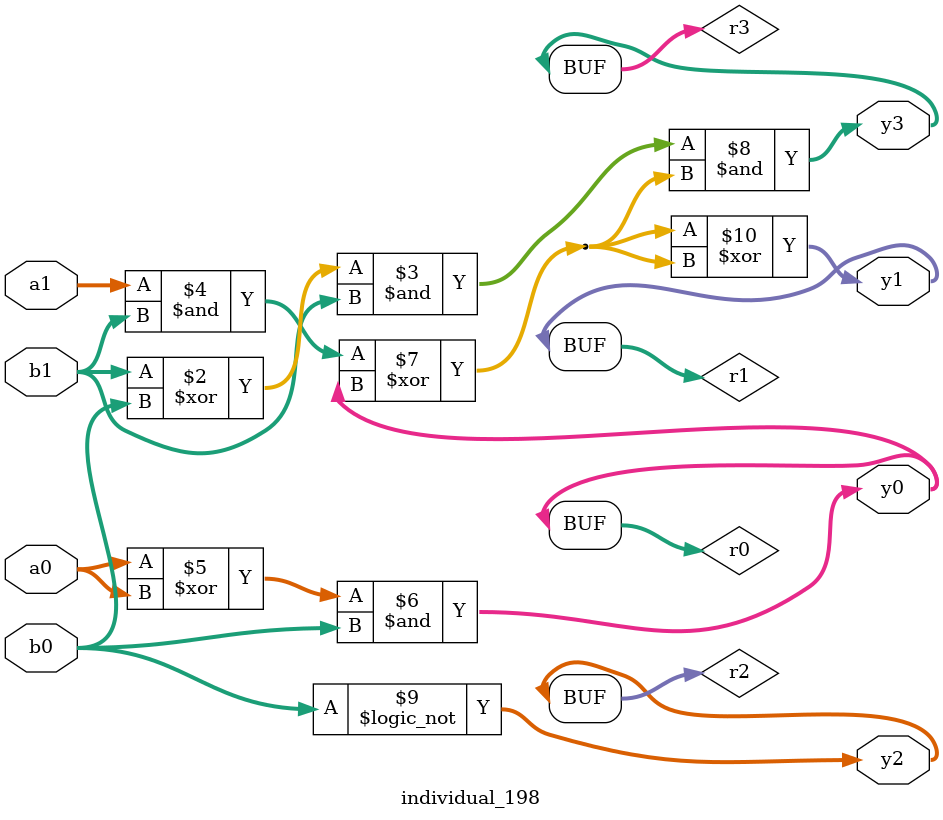
<source format=sv>
module individual_198(input logic [15:0] a1, input logic [15:0] a0, input logic [15:0] b1, input logic [15:0] b0, output logic [15:0] y3, output logic [15:0] y2, output logic [15:0] y1, output logic [15:0] y0);
logic [15:0] r0, r1, r2, r3; 
 always@(*) begin 
	 r0 = a0; r1 = a1; r2 = b0; r3 = b1; 
 	 r3  ^=  r2 ;
 	 r3  &=  b1 ;
 	 r1  &=  b1 ;
 	 r0  ^=  a0 ;
 	 r0  &=  b0 ;
 	 r1  ^=  r0 ;
 	 r3  &=  r1 ;
 	 r2 = ! r2 ;
 	 r1  ^=  r1 ;
 	 y3 = r3; y2 = r2; y1 = r1; y0 = r0; 
end
endmodule
</source>
